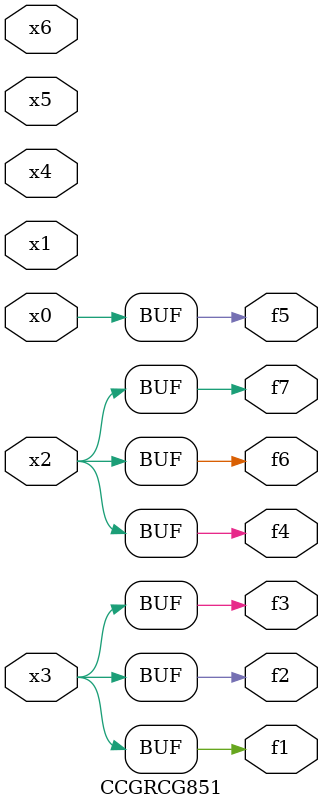
<source format=v>
module CCGRCG851(
	input x0, x1, x2, x3, x4, x5, x6,
	output f1, f2, f3, f4, f5, f6, f7
);
	assign f1 = x3;
	assign f2 = x3;
	assign f3 = x3;
	assign f4 = x2;
	assign f5 = x0;
	assign f6 = x2;
	assign f7 = x2;
endmodule

</source>
